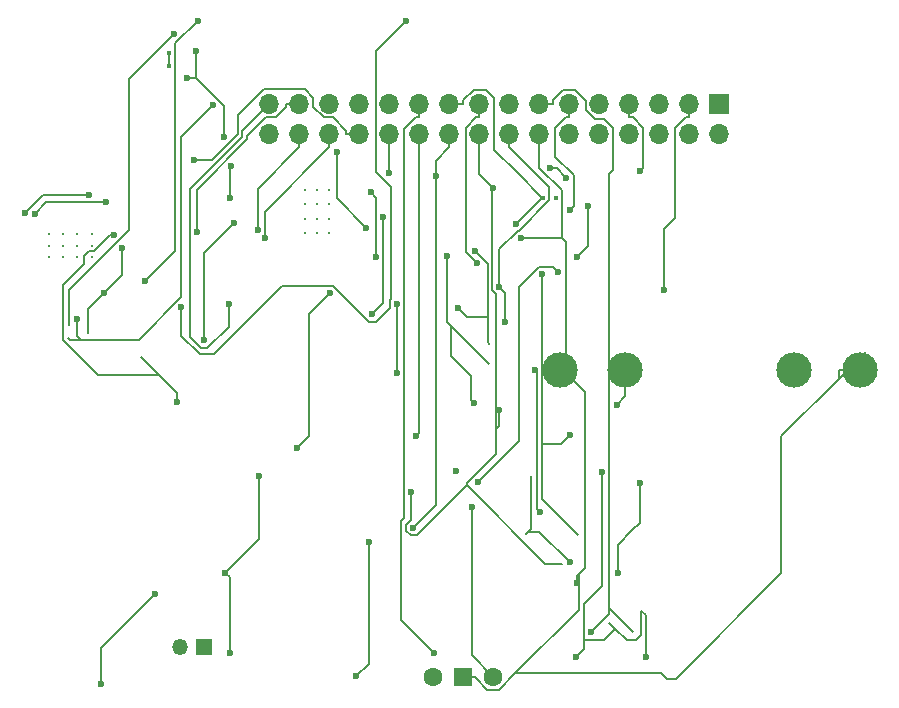
<source format=gbr>
%TF.GenerationSoftware,KiCad,Pcbnew,9.0.0*%
%TF.CreationDate,2025-03-28T21:29:49+02:00*%
%TF.ProjectId,project,70726f6a-6563-4742-9e6b-696361645f70,rev?*%
%TF.SameCoordinates,Original*%
%TF.FileFunction,Copper,L2,Bot*%
%TF.FilePolarity,Positive*%
%FSLAX46Y46*%
G04 Gerber Fmt 4.6, Leading zero omitted, Abs format (unit mm)*
G04 Created by KiCad (PCBNEW 9.0.0) date 2025-03-28 21:29:49*
%MOMM*%
%LPD*%
G01*
G04 APERTURE LIST*
%TA.AperFunction,ComponentPad*%
%ADD10R,1.500000X1.500000*%
%TD*%
%TA.AperFunction,ComponentPad*%
%ADD11C,1.600000*%
%TD*%
%TA.AperFunction,ComponentPad*%
%ADD12C,3.000000*%
%TD*%
%TA.AperFunction,ComponentPad*%
%ADD13O,3.000000X3.000000*%
%TD*%
%TA.AperFunction,ComponentPad*%
%ADD14R,1.350000X1.350000*%
%TD*%
%TA.AperFunction,ComponentPad*%
%ADD15O,1.350000X1.350000*%
%TD*%
%TA.AperFunction,ComponentPad*%
%ADD16C,0.300000*%
%TD*%
%TA.AperFunction,ComponentPad*%
%ADD17C,0.400000*%
%TD*%
%TA.AperFunction,ComponentPad*%
%ADD18O,1.700000X1.700000*%
%TD*%
%TA.AperFunction,ComponentPad*%
%ADD19R,1.700000X1.700000*%
%TD*%
%TA.AperFunction,ViaPad*%
%ADD20C,0.600000*%
%TD*%
%TA.AperFunction,Conductor*%
%ADD21C,0.200000*%
%TD*%
G04 APERTURE END LIST*
D10*
%TO.P,SW1,1,B*%
%TO.N,/Battery*%
X137460000Y-115500000D03*
D11*
%TO.P,SW1,2,C*%
%TO.N,unconnected-(SW1-C-Pad2)*%
X134920000Y-115500000D03*
%TO.P,SW1,3,A*%
%TO.N,/BATT*%
X140000000Y-115500000D03*
%TD*%
D12*
%TO.P,R16,1,1*%
%TO.N,/BATT*%
X145650000Y-89500000D03*
D13*
%TO.P,R16,2,2*%
%TO.N,Net-(U8-IN+)*%
X151200000Y-89500000D03*
%TO.P,R16,3,3*%
%TO.N,Net-(U8-IN-)*%
X165500000Y-89500000D03*
%TO.P,R16,4,4*%
%TO.N,/Battery*%
X171050000Y-89500000D03*
%TD*%
D14*
%TO.P,J3,1,Pin_1*%
%TO.N,/BATT*%
X115500000Y-113000000D03*
D15*
%TO.P,J3,2,Pin_2*%
%TO.N,GND*%
X113500000Y-113000000D03*
%TD*%
D16*
%TO.P,U1,18*%
%TO.N,N/C*%
X126100000Y-77925000D03*
%TO.P,U1,19*%
X125100000Y-77925000D03*
%TO.P,U1,20*%
X124100000Y-77925000D03*
%TO.P,U1,21*%
X126100000Y-76725000D03*
%TO.P,U1,22*%
X125100000Y-76725000D03*
%TO.P,U1,23*%
X124100000Y-76725000D03*
%TO.P,U1,24*%
X126100000Y-75525000D03*
%TO.P,U1,25*%
X125100000Y-75525000D03*
%TO.P,U1,26*%
X124100000Y-75525000D03*
%TO.P,U1,27*%
X126100000Y-74325000D03*
%TO.P,U1,28*%
X125100000Y-74325000D03*
%TO.P,U1,29*%
X124100000Y-74325000D03*
%TD*%
D17*
%TO.P,U9,9_1,GND*%
%TO.N,GND*%
X145300000Y-74985000D03*
%TO.P,U9,9_2,GND*%
X144200000Y-74985000D03*
%TD*%
D18*
%TO.P,J1,32,Pin_32*%
%TO.N,/MOTOR1_A_OUT*%
X121060000Y-69540000D03*
%TO.P,J1,31,Pin_31*%
%TO.N,/MOTOR1_B_OUT*%
X121060000Y-67000000D03*
%TO.P,J1,30,Pin_30*%
%TO.N,/MOTOR1_CTRL2*%
X123600000Y-69540000D03*
%TO.P,J1,29,Pin_29*%
%TO.N,/MOTOR3_B_OUT*%
X123600000Y-67000000D03*
%TO.P,J1,28,Pin_28*%
%TO.N,/MOTOR1_CTRL1*%
X126140000Y-69540000D03*
%TO.P,J1,27,Pin_27*%
%TO.N,/MOTOR3_A_OUT*%
X126140000Y-67000000D03*
%TO.P,J1,26,Pin_26*%
%TO.N,/MOTOR3_CTRL2*%
X128680000Y-69540000D03*
%TO.P,J1,25,Pin_25*%
%TO.N,/CTRL_EXT_LOAD1*%
X128680000Y-67000000D03*
%TO.P,J1,24,Pin_24*%
%TO.N,/MOTOR3_CTRL1*%
X131220000Y-69540000D03*
%TO.P,J1,23,Pin_23*%
%TO.N,GND*%
X131220000Y-67000000D03*
%TO.P,J1,22,Pin_22*%
%TO.N,/HV*%
X133760000Y-69540000D03*
%TO.P,J1,21,Pin_21*%
%TO.N,/EXT_LOAD1_OUT*%
X133760000Y-67000000D03*
%TO.P,J1,20,Pin_20*%
%TO.N,/5V Out*%
X136300000Y-69540000D03*
%TO.P,J1,19,Pin_19*%
%TO.N,GND*%
X136300000Y-67000000D03*
%TO.P,J1,18,Pin_18*%
%TO.N,/3V3 Out*%
X138840000Y-69540000D03*
%TO.P,J1,17,Pin_17*%
%TO.N,/I2C1_SDA*%
X138840000Y-67000000D03*
%TO.P,J1,16,Pin_16*%
%TO.N,/I2C1_SCL*%
X141380000Y-69540000D03*
%TO.P,J1,15,Pin_15*%
%TO.N,unconnected-(J1-Pin_15-Pad15)*%
X141380000Y-67000000D03*
%TO.P,J1,14,Pin_14*%
%TO.N,/Battery*%
X143920000Y-69540000D03*
%TO.P,J1,13,Pin_13*%
%TO.N,/FAST_CHARGE_CTRL*%
X143920000Y-67000000D03*
%TO.P,J1,12,Pin_12*%
%TO.N,/USART2_TX*%
X146460000Y-69540000D03*
%TO.P,J1,11,Pin_11*%
%TO.N,/EXT_LOAD2_OUT*%
X146460000Y-67000000D03*
%TO.P,J1,10,Pin_10*%
%TO.N,/MOTOR4_CTRL2*%
X149000000Y-69540000D03*
%TO.P,J1,9,Pin_9*%
%TO.N,/USART2_RX*%
X149000000Y-67000000D03*
%TO.P,J1,8,Pin_8*%
%TO.N,/MOTOR4_CTRL1*%
X151540000Y-69540000D03*
%TO.P,J1,7,Pin_7*%
%TO.N,/CTRL_EXT_LOAD2*%
X151540000Y-67000000D03*
%TO.P,J1,6,Pin_6*%
%TO.N,/MOTOR2_CTRL2*%
X154080000Y-69540000D03*
%TO.P,J1,5,Pin_5*%
%TO.N,/Motor4_B_OUT*%
X154080000Y-67000000D03*
%TO.P,J1,4,Pin_4*%
%TO.N,/MOTOR2_CTRL1*%
X156620000Y-69540000D03*
%TO.P,J1,3,Pin_3*%
%TO.N,/Motor4_A_OUT*%
X156620000Y-67000000D03*
%TO.P,J1,2,Pin_2*%
%TO.N,/Motor2_A_OUT*%
X159160000Y-69540000D03*
D19*
%TO.P,J1,1,Pin_1*%
%TO.N,/Motor2_B_OUT*%
X159160000Y-67000000D03*
%TD*%
D17*
%TO.P,U10,9_1,GND*%
%TO.N,GND*%
X112515000Y-63800000D03*
%TO.P,U10,9_2,GND*%
X112515000Y-62700000D03*
%TD*%
D16*
%TO.P,U3,18*%
%TO.N,N/C*%
X102400000Y-80000000D03*
%TO.P,U3,19*%
X102400000Y-79000000D03*
%TO.P,U3,20*%
X102400000Y-78000000D03*
%TO.P,U3,21*%
X103600000Y-80000000D03*
%TO.P,U3,22*%
X103600000Y-79000000D03*
%TO.P,U3,23*%
X103600000Y-78000000D03*
%TO.P,U3,24*%
X104800000Y-80000000D03*
%TO.P,U3,25*%
X104800000Y-79000000D03*
%TO.P,U3,26*%
X104800000Y-78000000D03*
%TO.P,U3,27*%
X106000000Y-80000000D03*
%TO.P,U3,28*%
X106000000Y-79000000D03*
%TO.P,U3,29*%
X106000000Y-78000000D03*
%TD*%
D20*
%TO.N,Net-(U8-IN-)*%
X138435000Y-79429200D03*
X137045200Y-84308000D03*
X131862600Y-83922800D03*
X131865300Y-89790800D03*
%TO.N,/MOTOR2_A_OUT*%
X129618000Y-74500000D03*
X130084000Y-79936600D03*
%TO.N,/MOTOR4_B_OUT*%
X114974000Y-59960100D03*
X110500000Y-82000000D03*
X113013000Y-61064600D03*
%TO.N,/MOTOR4_A_OUT*%
X107012000Y-83040300D03*
X113221000Y-92282000D03*
X108580400Y-79177500D03*
X107891200Y-78113100D03*
%TO.N,Net-(U8-IN+)*%
X136075000Y-79899400D03*
X138407500Y-92338500D03*
X150461400Y-92489400D03*
%TO.N,Net-(U5-~{CHRG})*%
X146475700Y-105805200D03*
%TO.N,Net-(U5-PROG)*%
X147017600Y-113805000D03*
X152902500Y-113846700D03*
X149225700Y-98167300D03*
%TO.N,Net-(U7-FB)*%
X136888000Y-98112300D03*
X148025000Y-75630100D03*
X147107000Y-80000100D03*
X138704000Y-99019500D03*
X145451000Y-81229500D03*
%TO.N,Net-(U6-ADJ)*%
X144156000Y-81446000D03*
X146480600Y-95072300D03*
%TO.N,/BATT*%
X138188900Y-101163200D03*
X143525600Y-89500000D03*
X143972400Y-101563000D03*
%TO.N,Net-(J2-VBUS-PadA9)*%
X111365000Y-108518000D03*
X106802000Y-116090000D03*
%TO.N,/MOTOR1_B_OUT*%
X117635000Y-83944200D03*
X130708000Y-76591300D03*
X129779000Y-84826200D03*
%TO.N,/I2C1_SCL*%
X140534000Y-82542700D03*
X141022000Y-85445800D03*
%TO.N,/MOTOR1_CTRL2*%
X120082000Y-77721500D03*
%TO.N,/Motor4_A_OUT*%
X154455000Y-82765600D03*
%TO.N,/MOTOR1_A_OUT*%
X126775000Y-71039800D03*
X129270000Y-77512900D03*
%TO.N,/MOTOR3_A_OUT*%
X116252000Y-67118200D03*
X104754700Y-85212500D03*
%TO.N,/EXT_LOAD1_OUT*%
X134972000Y-113514000D03*
%TO.N,/FAST_CHARGE_CTRL*%
X148307200Y-111744500D03*
%TO.N,/CTRL_EXT_LOAD2*%
X152437000Y-72696600D03*
%TO.N,/I2C1_SDA*%
X138603000Y-80478000D03*
%TO.N,/EXT_LOAD2_OUT*%
X146517000Y-75970000D03*
%TO.N,/MOTOR3_CTRL2*%
X100361000Y-76229000D03*
X105825000Y-74729700D03*
X114688000Y-71778200D03*
%TO.N,/MOTOR1_CTRL1*%
X120690000Y-78400000D03*
%TO.N,/Motor4_B_OUT*%
X113614100Y-84236100D03*
X132644400Y-59960100D03*
%TO.N,/MOTOR3_B_OUT*%
X114922000Y-77849900D03*
%TO.N,/MOTOR3_CTRL1*%
X101197000Y-76315200D03*
X107220000Y-75355400D03*
X131155000Y-72860700D03*
%TO.N,Net-(D3-A)*%
X129460000Y-104072000D03*
X128403000Y-115468000D03*
%TO.N,/5V Out*%
X133245000Y-102919000D03*
X135153000Y-73092700D03*
X114086000Y-64825000D03*
X117236000Y-69821100D03*
X114857000Y-62510700D03*
X144837000Y-72477200D03*
X146204000Y-73298300D03*
%TO.N,/3V3 Out*%
X139964000Y-74100900D03*
X133085000Y-99839900D03*
X140490200Y-92940300D03*
%TO.N,/HV*%
X133439000Y-95168100D03*
%TO.N,Net-(U1-VINT)*%
X118068000Y-77100000D03*
X115553900Y-86995500D03*
%TO.N,/Battery*%
X142323000Y-78400000D03*
X117696000Y-113470000D03*
X117315000Y-106712000D03*
X120192000Y-98474100D03*
X117788000Y-72259000D03*
X117682000Y-74991700D03*
X147077600Y-107604300D03*
%TO.N,GND*%
X141908000Y-77175800D03*
X126194000Y-83012400D03*
X152423100Y-99135900D03*
X150552000Y-106712500D03*
X123398400Y-96137500D03*
%TD*%
D21*
%TO.N,Net-(U8-IN-)*%
X139531000Y-80524900D02*
X139531000Y-85086400D01*
X138435000Y-79429200D02*
X139531000Y-80524900D01*
X139531000Y-87181000D02*
X139654000Y-87303800D01*
X139531000Y-85086400D02*
X139531000Y-87181000D01*
X137823600Y-85086400D02*
X137045200Y-84308000D01*
X139531000Y-85086400D02*
X137823600Y-85086400D01*
X131862600Y-89788100D02*
X131862600Y-83922800D01*
X131865300Y-89790800D02*
X131862600Y-89788100D01*
%TO.N,/MOTOR2_A_OUT*%
X130084000Y-74965600D02*
X129618000Y-74500000D01*
X130084000Y-79936600D02*
X130084000Y-74965600D01*
%TO.N,/MOTOR4_B_OUT*%
X113060000Y-61873300D02*
X114974000Y-59960100D01*
X113060000Y-79440000D02*
X113060000Y-61873300D01*
X110500000Y-82000000D02*
X113060000Y-79440000D01*
X104131000Y-82731100D02*
X104131000Y-85755400D01*
X109142000Y-77719600D02*
X104131000Y-82731100D01*
X109142000Y-64934900D02*
X109142000Y-77719600D01*
X113013000Y-61064600D02*
X109142000Y-64934900D01*
%TO.N,/MOTOR4_A_OUT*%
X105702000Y-84350100D02*
X106357000Y-83695200D01*
X105702000Y-86383600D02*
X105702000Y-84350100D01*
X106357000Y-83695200D02*
X107012000Y-83040300D01*
X111690900Y-89945100D02*
X110161000Y-88415300D01*
X113221000Y-91475000D02*
X111690900Y-89945100D01*
X113221000Y-92282000D02*
X113221000Y-91475000D01*
X107603300Y-78113100D02*
X107891200Y-78113100D01*
X106216400Y-79500000D02*
X107603300Y-78113100D01*
X105819400Y-79500000D02*
X106216400Y-79500000D01*
X105400000Y-79919400D02*
X105819400Y-79500000D01*
X105400000Y-80553800D02*
X105400000Y-79919400D01*
X103589000Y-82364800D02*
X105400000Y-80553800D01*
X103589000Y-86957100D02*
X103589000Y-82364800D01*
X106577000Y-89945100D02*
X103589000Y-86957100D01*
X111690900Y-89945100D02*
X106577000Y-89945100D01*
X108580400Y-81471800D02*
X108580400Y-79177500D01*
X106357000Y-83695200D02*
X108580400Y-81471800D01*
%TO.N,Net-(U8-IN+)*%
X151200000Y-91750800D02*
X150461400Y-92489400D01*
X151200000Y-89500000D02*
X151200000Y-91750800D01*
X139652000Y-89029200D02*
X136445000Y-85822100D01*
X136075000Y-85452100D02*
X136075000Y-79899400D01*
X136445000Y-85822100D02*
X136075000Y-85452100D01*
X138166000Y-92097000D02*
X138407500Y-92338500D01*
X138166000Y-90062900D02*
X138166000Y-92097000D01*
X136445000Y-88341900D02*
X138166000Y-90062900D01*
X136445000Y-85822100D02*
X136445000Y-88341900D01*
%TO.N,Net-(U5-~{CHRG})*%
X142776000Y-103456000D02*
X142985000Y-103247000D01*
X143194000Y-103038000D02*
X143194000Y-98542400D01*
X142985000Y-103247000D02*
X143194000Y-103038000D01*
X143917500Y-103247000D02*
X146475700Y-105805200D01*
X142985000Y-103247000D02*
X143917500Y-103247000D01*
%TO.N,Net-(U5-PROG)*%
X149846000Y-110924000D02*
X150354500Y-111432500D01*
X152533000Y-111986000D02*
X152533000Y-109948000D01*
X152130000Y-112388000D02*
X152533000Y-111986000D01*
X151310000Y-112388000D02*
X152130000Y-112388000D01*
X150354500Y-111432500D02*
X151310000Y-112388000D01*
X152902500Y-110317500D02*
X152902500Y-113846700D01*
X152533000Y-109948000D02*
X152902500Y-110317500D01*
X149390700Y-112396300D02*
X150354500Y-111432500D01*
X147677800Y-112396300D02*
X149390700Y-112396300D01*
X147677800Y-113144800D02*
X147677800Y-112396300D01*
X147017600Y-113805000D02*
X147677800Y-113144800D01*
X149225700Y-107834800D02*
X149225700Y-98167300D01*
X147677800Y-109382700D02*
X149225700Y-107834800D01*
X147677800Y-112396300D02*
X147677800Y-109382700D01*
%TO.N,Net-(U7-FB)*%
X148025000Y-79082100D02*
X148025000Y-75630100D01*
X147107000Y-80000100D02*
X148025000Y-79082100D01*
X145061000Y-80839800D02*
X145451000Y-81229500D01*
X143879000Y-80839800D02*
X145061000Y-80839800D01*
X142182000Y-82536600D02*
X143879000Y-80839800D01*
X142182000Y-95541200D02*
X142182000Y-82536600D01*
X138704000Y-99019500D02*
X142182000Y-95541200D01*
%TO.N,Net-(U6-ADJ)*%
X144156000Y-100503000D02*
X144156000Y-95801500D01*
X147178000Y-103525000D02*
X144156000Y-100503000D01*
X144156000Y-95801500D02*
X144156000Y-81446000D01*
X145751400Y-95801500D02*
X146480600Y-95072300D01*
X144156000Y-95801500D02*
X145751400Y-95801500D01*
%TO.N,/BATT*%
X138188900Y-113688900D02*
X138188900Y-101163200D01*
X140000000Y-115500000D02*
X138188900Y-113688900D01*
X143675000Y-89649400D02*
X143525600Y-89500000D01*
X143675000Y-101265600D02*
X143675000Y-89649400D01*
X143972400Y-101563000D02*
X143675000Y-101265600D01*
%TO.N,Net-(J2-VBUS-PadA9)*%
X106802000Y-113081000D02*
X106802000Y-116090000D01*
X111365000Y-108518000D02*
X106802000Y-113081000D01*
%TO.N,/MOTOR1_B_OUT*%
X130708000Y-83897500D02*
X130708000Y-76591300D01*
X129779000Y-84826200D02*
X130708000Y-83897500D01*
X118776000Y-69284200D02*
X121060000Y-67000000D01*
X118776000Y-69781200D02*
X118776000Y-69284200D01*
X114301000Y-74255900D02*
X118776000Y-69781200D01*
X114301000Y-86707600D02*
X114301000Y-74255900D01*
X115306000Y-87712000D02*
X114301000Y-86707600D01*
X115802000Y-87712000D02*
X115306000Y-87712000D01*
X117635000Y-85878400D02*
X115802000Y-87712000D01*
X117635000Y-83944200D02*
X117635000Y-85878400D01*
%TO.N,/I2C1_SCL*%
X141380000Y-70691700D02*
X141380000Y-69540000D01*
X144750000Y-74061700D02*
X141380000Y-70691700D01*
X144750000Y-75184400D02*
X144750000Y-74061700D01*
X142157000Y-77777500D02*
X144750000Y-75184400D01*
X142074000Y-77777500D02*
X142157000Y-77777500D01*
X140534000Y-79317500D02*
X142074000Y-77777500D01*
X140534000Y-82542700D02*
X140534000Y-79317500D01*
X141022000Y-83030100D02*
X140534000Y-82542700D01*
X141022000Y-85445800D02*
X141022000Y-83030100D01*
%TO.N,/MOTOR1_CTRL2*%
X123600000Y-70691700D02*
X123600000Y-69540000D01*
X120082000Y-74210100D02*
X123600000Y-70691700D01*
X120082000Y-77721500D02*
X120082000Y-74210100D01*
%TO.N,/Motor4_A_OUT*%
X155415000Y-69068600D02*
X155415000Y-76671200D01*
X156332000Y-68151700D02*
X155415000Y-69068600D01*
X156620000Y-68151700D02*
X156332000Y-68151700D01*
X156620000Y-67000000D02*
X156620000Y-68151700D01*
X154455000Y-77631200D02*
X154455000Y-82765600D01*
X155415000Y-76671200D02*
X154455000Y-77631200D01*
%TO.N,/MOTOR1_A_OUT*%
X126775000Y-75018400D02*
X126775000Y-71039800D01*
X129270000Y-77512900D02*
X126775000Y-75018400D01*
%TO.N,/MOTOR3_A_OUT*%
X104210000Y-86985300D02*
X105118000Y-86985300D01*
X104017000Y-86792800D02*
X104210000Y-86985300D01*
X113599000Y-69770700D02*
X116252000Y-67118200D01*
X113599000Y-83376000D02*
X113599000Y-69770700D01*
X109990000Y-86985300D02*
X113599000Y-83376000D01*
X105118000Y-86985300D02*
X109990000Y-86985300D01*
X104754700Y-86622000D02*
X104754700Y-85212500D01*
X105118000Y-86985300D02*
X104754700Y-86622000D01*
%TO.N,/EXT_LOAD1_OUT*%
X132168000Y-110710000D02*
X134972000Y-113514000D01*
X132168000Y-102361000D02*
X132168000Y-110710000D01*
X132483000Y-102045000D02*
X132168000Y-102361000D01*
X132483000Y-69159900D02*
X132483000Y-102045000D01*
X133492000Y-68151700D02*
X132483000Y-69159900D01*
X133760000Y-68151700D02*
X133492000Y-68151700D01*
X133760000Y-67000000D02*
X133760000Y-68151700D01*
%TO.N,/FAST_CHARGE_CTRL*%
X149846000Y-72910200D02*
X149846000Y-109723000D01*
X150177000Y-72579200D02*
X149846000Y-72910200D01*
X150177000Y-69029100D02*
X150177000Y-72579200D01*
X149418000Y-68270000D02*
X150177000Y-69029100D01*
X148606000Y-68270000D02*
X149418000Y-68270000D01*
X147825000Y-67489400D02*
X148606000Y-68270000D01*
X147825000Y-66725300D02*
X147825000Y-67489400D01*
X146928000Y-65827900D02*
X147825000Y-66725300D01*
X145956000Y-65827900D02*
X146928000Y-65827900D01*
X145072000Y-66712100D02*
X145956000Y-65827900D01*
X145072000Y-67000000D02*
X145072000Y-66712100D01*
X143920000Y-67000000D02*
X145072000Y-67000000D01*
X149846000Y-109723000D02*
X151864000Y-111741000D01*
X149846000Y-110205700D02*
X148307200Y-111744500D01*
X149846000Y-109723000D02*
X149846000Y-110205700D01*
%TO.N,/CTRL_EXT_LOAD2*%
X152720000Y-72414200D02*
X152437000Y-72696600D01*
X152720000Y-69062800D02*
X152720000Y-72414200D01*
X151808000Y-68151700D02*
X152720000Y-69062800D01*
X151540000Y-68151700D02*
X151808000Y-68151700D01*
X151540000Y-67000000D02*
X151540000Y-68151700D01*
%TO.N,/I2C1_SDA*%
X137678000Y-79553000D02*
X138603000Y-80478000D01*
X137678000Y-69025900D02*
X137678000Y-79553000D01*
X138552000Y-68151700D02*
X137678000Y-69025900D01*
X138840000Y-68151700D02*
X138552000Y-68151700D01*
X138840000Y-67000000D02*
X138840000Y-68151700D01*
%TO.N,/EXT_LOAD2_OUT*%
X146460000Y-68151700D02*
X146460000Y-67000000D01*
X146172000Y-68151700D02*
X146460000Y-68151700D01*
X145264000Y-69059200D02*
X146172000Y-68151700D01*
X145264000Y-71508200D02*
X145264000Y-69059200D01*
X146805000Y-73049100D02*
X145264000Y-71508200D01*
X146805000Y-75681400D02*
X146805000Y-73049100D01*
X146517000Y-75970000D02*
X146805000Y-75681400D01*
%TO.N,/MOTOR3_CTRL2*%
X101860000Y-74729700D02*
X105825000Y-74729700D01*
X100361000Y-76229000D02*
X101860000Y-74729700D01*
X116182000Y-71778200D02*
X114688000Y-71778200D01*
X118374000Y-69586200D02*
X116182000Y-71778200D01*
X118374000Y-67973400D02*
X118374000Y-69586200D01*
X120571000Y-65776800D02*
X118374000Y-67973400D01*
X124049000Y-65776800D02*
X120571000Y-65776800D01*
X124752000Y-66479100D02*
X124049000Y-65776800D01*
X124752000Y-67253600D02*
X124752000Y-66479100D01*
X125650000Y-68151700D02*
X124752000Y-67253600D01*
X126408000Y-68151700D02*
X125650000Y-68151700D01*
X127528000Y-69271500D02*
X126408000Y-68151700D01*
X127528000Y-69540000D02*
X127528000Y-69271500D01*
X128680000Y-69540000D02*
X127528000Y-69540000D01*
%TO.N,/MOTOR1_CTRL1*%
X120690000Y-76141400D02*
X120690000Y-78400000D01*
X126140000Y-70691700D02*
X120690000Y-76141400D01*
X126140000Y-69540000D02*
X126140000Y-70691700D01*
%TO.N,/Motor4_B_OUT*%
X113614100Y-86623200D02*
X113614100Y-84236100D01*
X115158000Y-88167100D02*
X113614100Y-86623200D01*
X116339900Y-88167100D02*
X115158000Y-88167100D01*
X122116600Y-82390400D02*
X116339900Y-88167100D01*
X126449800Y-82390400D02*
X122116600Y-82390400D01*
X129508600Y-85449200D02*
X126449800Y-82390400D01*
X130047800Y-85449200D02*
X129508600Y-85449200D01*
X131229700Y-84267300D02*
X130047800Y-85449200D01*
X131229700Y-83642300D02*
X131229700Y-84267300D01*
X131328800Y-83543200D02*
X131229700Y-83642300D01*
X131328800Y-74034600D02*
X131328800Y-83543200D01*
X130068300Y-72774100D02*
X131328800Y-74034600D01*
X130068300Y-62536200D02*
X130068300Y-72774100D01*
X132644400Y-59960100D02*
X130068300Y-62536200D01*
%TO.N,/MOTOR3_B_OUT*%
X122448000Y-67000000D02*
X123600000Y-67000000D01*
X122448000Y-67288000D02*
X122448000Y-67000000D01*
X121585000Y-68151700D02*
X122448000Y-67288000D01*
X120784000Y-68151700D02*
X121585000Y-68151700D01*
X119178000Y-69758600D02*
X120784000Y-68151700D01*
X119178000Y-70018500D02*
X119178000Y-69758600D01*
X114922000Y-74274400D02*
X119178000Y-70018500D01*
X114922000Y-77849900D02*
X114922000Y-74274400D01*
%TO.N,/MOTOR3_CTRL1*%
X102157000Y-75355400D02*
X107220000Y-75355400D01*
X101197000Y-76315200D02*
X102157000Y-75355400D01*
X131220000Y-72795600D02*
X131155000Y-72860700D01*
X131220000Y-69540000D02*
X131220000Y-72795600D01*
%TO.N,Net-(D3-A)*%
X129460000Y-114411000D02*
X128403000Y-115468000D01*
X129460000Y-104072000D02*
X129460000Y-114411000D01*
%TO.N,/5V Out*%
X135153000Y-71838300D02*
X135153000Y-73092700D01*
X136300000Y-70691700D02*
X135153000Y-71838300D01*
X136300000Y-69540000D02*
X136300000Y-70691700D01*
X135153000Y-101010000D02*
X133245000Y-102919000D01*
X135153000Y-73092700D02*
X135153000Y-101010000D01*
X114857000Y-64825000D02*
X114086000Y-64825000D01*
X117236000Y-67204500D02*
X114857000Y-64825000D01*
X117236000Y-69821100D02*
X117236000Y-67204500D01*
X114857000Y-64825000D02*
X114857000Y-62510700D01*
X145383000Y-72477200D02*
X146204000Y-73298300D01*
X144837000Y-72477200D02*
X145383000Y-72477200D01*
%TO.N,/3V3 Out*%
X138840000Y-72977000D02*
X138840000Y-69540000D01*
X139964000Y-74100900D02*
X138840000Y-72977000D01*
X140264000Y-83123000D02*
X140264000Y-94530700D01*
X139932000Y-82791800D02*
X140264000Y-83123000D01*
X139932000Y-74132300D02*
X139932000Y-82791800D01*
X139964000Y-74100900D02*
X139932000Y-74132300D01*
X133529000Y-103533000D02*
X137748000Y-99313500D01*
X133007000Y-103533000D02*
X133529000Y-103533000D01*
X132619000Y-103145000D02*
X133007000Y-103533000D01*
X132619000Y-102678000D02*
X132619000Y-103145000D01*
X133085000Y-102212000D02*
X132619000Y-102678000D01*
X133085000Y-99839900D02*
X133085000Y-102212000D01*
X137748000Y-99125100D02*
X137748000Y-99313500D01*
X140264000Y-96609200D02*
X137748000Y-99125100D01*
X140264000Y-94530700D02*
X140264000Y-96609200D01*
X140490200Y-94304500D02*
X140490200Y-92940300D01*
X140264000Y-94530700D02*
X140490200Y-94304500D01*
%TO.N,/HV*%
X133760000Y-94847500D02*
X133439000Y-95168100D01*
X133760000Y-69540000D02*
X133760000Y-94847500D01*
%TO.N,Net-(U1-VINT)*%
X115544000Y-87099700D02*
X115544000Y-85321900D01*
X115544000Y-79623600D02*
X118068000Y-77100000D01*
X115544000Y-85321900D02*
X115544000Y-79623600D01*
X115553900Y-85331800D02*
X115553900Y-86995500D01*
X115544000Y-85321900D02*
X115553900Y-85331800D01*
%TO.N,/Battery*%
X145810000Y-78400000D02*
X142323000Y-78400000D01*
X117696000Y-107094000D02*
X117315000Y-106712000D01*
X117696000Y-113470000D02*
X117696000Y-107094000D01*
X120192000Y-103835000D02*
X120192000Y-98474100D01*
X117315000Y-106712000D02*
X120192000Y-103835000D01*
X117682000Y-72364700D02*
X117788000Y-72259000D01*
X117682000Y-74991700D02*
X117682000Y-72364700D01*
X145810000Y-74300800D02*
X145810000Y-78400000D01*
X143920000Y-72410600D02*
X145810000Y-74300800D01*
X143920000Y-69540000D02*
X143920000Y-72410600D01*
X146150000Y-78739800D02*
X145810000Y-78400000D01*
X146150000Y-89801700D02*
X146150000Y-78739800D01*
X147789000Y-91440500D02*
X146150000Y-89801700D01*
X147789000Y-106277000D02*
X147789000Y-91440500D01*
X147228000Y-106838000D02*
X147789000Y-106277000D01*
X147077600Y-106988400D02*
X147077600Y-107604300D01*
X147228000Y-106838000D02*
X147077600Y-106988400D01*
X171050000Y-89500000D02*
X169248300Y-89500000D01*
X171550000Y-88000000D02*
X169248300Y-90301700D01*
X155452000Y-115661000D02*
X154684000Y-115661000D01*
X164401000Y-106712000D02*
X155452000Y-115661000D01*
X164401000Y-95148900D02*
X164401000Y-106712000D01*
X169248300Y-90301700D02*
X164401000Y-95148900D01*
X169248300Y-89500000D02*
X169248300Y-90301700D01*
X140456000Y-116629000D02*
X141869200Y-115215800D01*
X139509000Y-116629000D02*
X140456000Y-116629000D01*
X138512000Y-115632000D02*
X139509000Y-116629000D01*
X138512000Y-115500000D02*
X138512000Y-115632000D01*
X137460000Y-115500000D02*
X138512000Y-115500000D01*
X147228000Y-109857000D02*
X147228000Y-106838000D01*
X141869200Y-115215800D02*
X147228000Y-109857000D01*
X154238800Y-115215800D02*
X154684000Y-115661000D01*
X141869200Y-115215800D02*
X154238800Y-115215800D01*
%TO.N,GND*%
X112515000Y-62700000D02*
X112515000Y-63800000D01*
X144149000Y-74934200D02*
X141908000Y-77175800D01*
X142064000Y-72849300D02*
X144149000Y-74934200D01*
X142064000Y-72849100D02*
X142064000Y-72849300D01*
X140110000Y-70894800D02*
X142064000Y-72849100D01*
X140110000Y-66536100D02*
X140110000Y-70894800D01*
X139380000Y-65806500D02*
X140110000Y-66536100D01*
X138357000Y-65806500D02*
X139380000Y-65806500D01*
X137452000Y-66712100D02*
X138357000Y-65806500D01*
X137452000Y-67000000D02*
X137452000Y-66712100D01*
X136300000Y-67000000D02*
X137452000Y-67000000D01*
X144149000Y-74934200D02*
X144200000Y-74985000D01*
X124411000Y-84794800D02*
X124411000Y-88997600D01*
X126194000Y-83012400D02*
X124411000Y-84794800D01*
X152423100Y-102466900D02*
X152423100Y-99135900D01*
X151795000Y-103095000D02*
X152423100Y-102466900D01*
X150552000Y-106844000D02*
X150552000Y-106712500D01*
X150552000Y-104338000D02*
X151795000Y-103095000D01*
X150552000Y-106712500D02*
X150552000Y-104338000D01*
X124411000Y-95124900D02*
X123398400Y-96137500D01*
X124411000Y-88997600D02*
X124411000Y-95124900D01*
%TO.N,/3V3 Out*%
X144390000Y-105956000D02*
X137748000Y-99313500D01*
X145840000Y-105956000D02*
X144390000Y-105956000D01*
%TD*%
M02*

</source>
